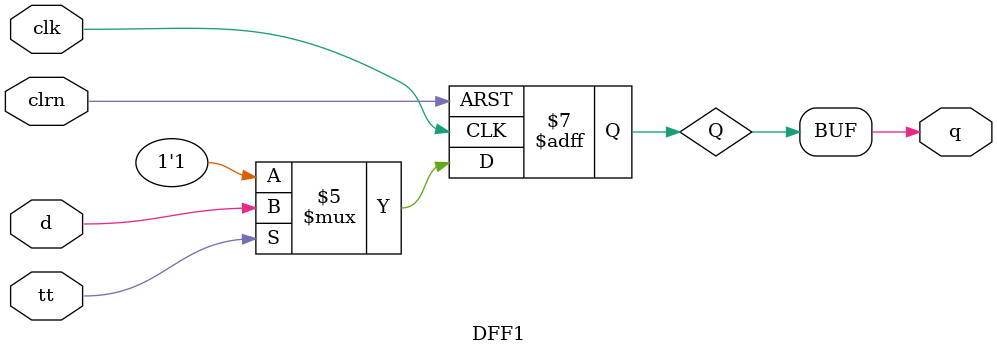
<source format=sv>
/*
	DFF примитив (триггер D-типа, сдвигающий)
	
	+--------------------------------+
	| PRN | CLRN | CLK | D |   Q     |
	+--------------------------------+	
	|  L  |  H   |  X  | X | H       |
	|  H  |  L   |  X  | X | L       |
	|  L  |  L   |  X  | X | Illegal |
	|  H  |  H   | _/^ | L | L		 |
	|  H  |  H   | _/^ | H | H		 |
	|  H  |  H   |  L  | X | Qo		 |
	|  H  |  H   |  H  | X | Qo		 |
	+--------------------------------+
	
	DFF #(?) ?NAME?(.prn(), .clrn(), .clk(), .d(), .q())
*/

`timescale 1ns / 10ps

module DFF1
#(	parameter W = 1 )
(
	input bit		clrn,		// асинхронный вход сброса триггера в 0
	input bit		tt,		//  синхронный вход сброса триггера в 1
	input bit		clk,
	input bit		[W-1 : 0]d,
	output bit		[W-1 : 0]q
);

bit [W-1 : 0]Q;

genvar i;
generate 
	for (i = 0; i < W; i = i + 1) 
	begin : generate_DFF
	
	always_ff @(posedge clk or negedge clrn)
		begin
		if(~clrn)
			Q[i] <= 1'b0;
			
		else if(~tt)
			Q[i] <= 1'b1;
		else
			Q[i] <= d[i];
		end
		
    end
endgenerate

assign #1 q = Q;

endmodule:DFF1

</source>
